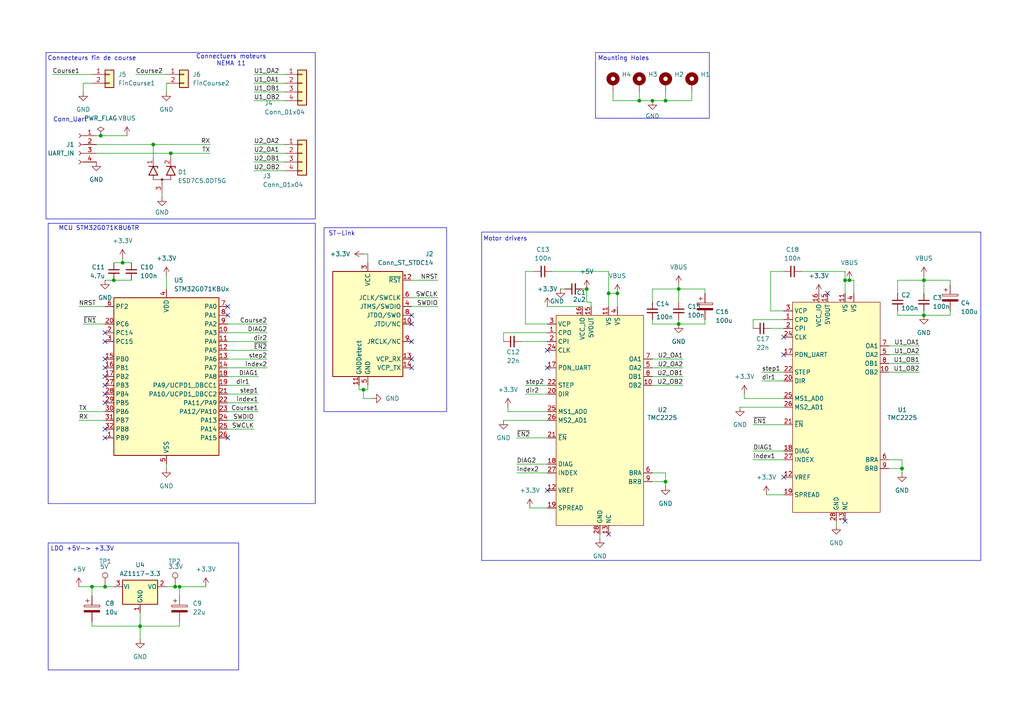
<source format=kicad_sch>
(kicad_sch (version 20250114) (generator "eeschema") (generator_version "9.0")
  (paper "A4")
  (lib_symbols
    (symbol "Connector:Conn_01x04_Socket" (pin_names (offset 1.016) (hide yes))
      (property "Reference" "J" (at 0 5.08 0))
      (property "Value" "Conn_01x04_Socket" (at 0 -7.62 0))
      (symbol "Conn_01x04_Socket_1_1"
        (polyline (pts (xy -1.27 2.54) (xy -0.508 2.54)) (stroke (width 0.1524)))
        (polyline (pts (xy -1.27 0) (xy -0.508 0)) (stroke (width 0.1524)))
        (polyline (pts (xy -1.27 -2.54) (xy -0.508 -2.54)) (stroke (width 0.1524)))
        (polyline (pts (xy -1.27 -5.08) (xy -0.508 -5.08)) (stroke (width 0.1524)))
        (arc (start 0 2.032) (mid -0.5058 2.54) (end 0 3.048) (stroke (width 0.1524)))
        (arc (start 0 -0.508) (mid -0.5058 0) (end 0 0.508) (stroke (width 0.1524)))
        (arc (start 0 -3.048) (mid -0.5058 -2.54) (end 0 -2.032) (stroke (width 0.1524)))
        (arc (start 0 -5.588) (mid -0.5058 -5.08) (end 0 -4.572) (stroke (width 0.1524)))
        (pin passive line (at -5.08 2.54 0) (length 3.81) (name "Pin_1") (number "1"))
        (pin passive line (at -5.08 0 0) (length 3.81) (name "Pin_2") (number "2"))
        (pin passive line (at -5.08 -2.54 0) (length 3.81) (name "Pin_3") (number "3"))
        (pin passive line (at -5.08 -5.08 0) (length 3.81) (name "Pin_4") (number "4"))
      )
    )
    (symbol "Connector:Conn_ST_STDC14"
      (property "Reference" "J" (at -8.89 16.51 0))
      (property "Value" "Conn_ST_STDC14" (at 17.78 16.51 0))
      (symbol "Conn_ST_STDC14_0_1"
        (rectangle (start -10.16 15.24) (end 10.16 -15.24) (stroke (width 0.254)) (fill (type background)))
      )
      (symbol "Conn_ST_STDC14_1_1"
        (pin no_connect line (at -10.16 5.08 0) (length 2.54) (hide yes) (name "NC") (number "1"))
        (pin no_connect line (at -10.16 2.54 0) (length 2.54) (hide yes) (name "NC") (number "2"))
        (pin passive line (at -2.54 -17.78 90) (length 2.54) (name "GNDDetect") (number "11"))
        (pin power_in line (at 0 17.78 270) (length 2.54) (name "VCC") (number "3"))
        (pin power_in line (at 0 -17.78 90) (length 2.54) (name "GND") (number "5"))
        (pin passive line (at 0 -17.78 90) (length 2.54) (hide yes) (name "GND") (number "7"))
        (pin open_collector line (at 12.7 12.7 180) (length 2.54) (name "~{RST}") (number "12"))
        (pin output line (at 12.7 7.62 180) (length 2.54) (name "JCLK/SWCLK") (number "6"))
        (pin bidirectional line (at 12.7 5.08 180) (length 2.54) (name "JTMS/SWDIO") (number "4"))
        (pin input line (at 12.7 2.54 180) (length 2.54) (name "JTDO/SWO") (number "8"))
        (pin output line (at 12.7 0 180) (length 2.54) (name "JTDI/NC") (number "10"))
        (pin input line (at 12.7 -5.08 180) (length 2.54) (name "JRCLK/NC") (number "9"))
        (pin output line (at 12.7 -10.16 180) (length 2.54) (name "VCP_RX") (number "13"))
        (pin input line (at 12.7 -12.7 180) (length 2.54) (name "VCP_TX") (number "14"))
      )
    )
    (symbol "Connector:TestPoint" (pin_numbers (hide yes)) (pin_names (offset 0.762) (hide yes))
      (property "Reference" "TP" (at 0 6.858 0))
      (property "Value" "TestPoint" (at 0 5.08 0))
      (symbol "TestPoint_0_1"
        (circle (center 0 3.302) (radius 0.762))
      )
      (symbol "TestPoint_1_1"
        (pin passive line (at 0 0 90) (length 2.54) (name "1") (number "1"))
      )
    )
    (symbol "Connector_Generic:Conn_01x02" (pin_names (offset 1.016) (hide yes))
      (property "Reference" "J" (at 0 2.54 0))
      (property "Value" "Conn_01x02" (at 0 -5.08 0))
      (symbol "Conn_01x02_1_1"
        (rectangle (start -1.27 1.27) (end 1.27 -3.81) (stroke (width 0.254)) (fill (type background)))
        (rectangle (start -1.27 0.127) (end 0 -0.127) (stroke (width 0.1524)))
        (rectangle (start -1.27 -2.413) (end 0 -2.667) (stroke (width 0.1524)))
        (pin passive line (at -5.08 0 0) (length 3.81) (name "Pin_1") (number "1"))
        (pin passive line (at -5.08 -2.54 0) (length 3.81) (name "Pin_2") (number "2"))
      )
    )
    (symbol "Connector_Generic:Conn_01x04" (pin_names (offset 1.016) (hide yes))
      (property "Reference" "J" (at 0 5.08 0))
      (property "Value" "Conn_01x04" (at 0 -7.62 0))
      (symbol "Conn_01x04_1_1"
        (rectangle (start -1.27 3.81) (end 1.27 -6.35) (stroke (width 0.254)) (fill (type background)))
        (rectangle (start -1.27 2.667) (end 0 2.413) (stroke (width 0.1524)))
        (rectangle (start -1.27 0.127) (end 0 -0.127) (stroke (width 0.1524)))
        (rectangle (start -1.27 -2.413) (end 0 -2.667) (stroke (width 0.1524)))
        (rectangle (start -1.27 -4.953) (end 0 -5.207) (stroke (width 0.1524)))
        (pin passive line (at -5.08 2.54 0) (length 3.81) (name "Pin_1") (number "1"))
        (pin passive line (at -5.08 0 0) (length 3.81) (name "Pin_2") (number "2"))
        (pin passive line (at -5.08 -2.54 0) (length 3.81) (name "Pin_3") (number "3"))
        (pin passive line (at -5.08 -5.08 0) (length 3.81) (name "Pin_4") (number "4"))
      )
    )
    (symbol "Custom:TMC2225"
      (property "Reference" "U" (at -1.016 39.116 0))
      (symbol "TMC2225_1_1"
        (rectangle (start -12.7 29.21) (end 12.7 -31.75) (fill (type background)))
        (pin passive line (at -15.24 26.67 0) (length 2.54) (name "VCP") (number "3"))
        (pin input line (at -15.24 24.13 0) (length 2.54) (name "CPO") (number "1"))
        (pin input line (at -15.24 21.59 0) (length 2.54) (name "CPI") (number "2"))
        (pin input line (at -15.24 19.05 0) (length 2.54) (name "CLK") (number "24"))
        (pin bidirectional line (at -15.24 13.97 0) (length 2.54) (name "PDN_UART") (number "17"))
        (pin input line (at -15.24 8.89 0) (length 2.54) (name "STEP") (number "22"))
        (pin input line (at -15.24 6.35 0) (length 2.54) (name "DIR") (number "20"))
        (pin input line (at -15.24 1.27 0) (length 2.54) (name "MS1_AD0") (number "25"))
        (pin input line (at -15.24 -1.27 0) (length 2.54) (name "MS2_AD1") (number "26"))
        (pin input line (at -15.24 -6.35 0) (length 2.54) (name "~{EN}") (number "21"))
        (pin output line (at -15.24 -13.97 0) (length 2.54) (name "DIAG") (number "18"))
        (pin output line (at -15.24 -16.51 0) (length 2.54) (name "INDEX") (number "27"))
        (pin passive line (at -15.24 -21.59 0) (length 2.54) (name "VREF") (number "12"))
        (pin input line (at -15.24 -26.67 0) (length 2.54) (name "SPREAD") (number "19"))
        (pin power_in line (at -5.08 31.75 270) (length 2.54) (name "VCC_IO") (number "16"))
        (pin power_out line (at -2.54 31.75 270) (length 2.54) (name "5VOUT") (number "15"))
        (pin passive line (at 0 -34.29 90) (length 2.54) (hide yes) (name "GND") (number "14"))
        (pin power_in line (at 0 -34.29 90) (length 2.54) (name "GND") (number "28"))
        (pin passive line (at 0 -34.29 90) (length 2.54) (hide yes) (name "GND") (number "29"))
        (pin passive line (at 0 -34.29 90) (length 2.54) (hide yes) (name "GND") (number "29"))
        (pin power_in line (at 2.54 31.75 270) (length 2.54) (name "VS") (number "11"))
        (pin passive line (at 2.54 -34.29 90) (length 2.54) (name "NC") (number "13"))
        (pin power_in line (at 5.08 31.75 270) (length 2.54) (name "VS") (number "4"))
        (pin output line (at 15.24 16.51 180) (length 2.54) (name "OA1") (number "7"))
        (pin output line (at 15.24 13.97 180) (length 2.54) (name "OA2") (number "5"))
        (pin output line (at 15.24 11.43 180) (length 2.54) (name "OB1") (number "8"))
        (pin output line (at 15.24 8.89 180) (length 2.54) (name "OB2") (number "10"))
        (pin passive line (at 15.24 -16.51 180) (length 2.54) (name "BRA") (number "6"))
        (pin passive line (at 15.24 -19.05 180) (length 2.54) (name "BRB") (number "9"))
      )
    )
    (symbol "Device:C_Polarized" (pin_numbers (hide yes)) (pin_names (offset 0.254))
      (property "Reference" "C" (at 0.635 2.54 0))
      (property "Value" "C_Polarized" (at 0.635 -2.54 0))
      (symbol "C_Polarized_0_1"
        (rectangle (start -2.286 0.508) (end 2.286 1.016))
        (polyline (pts (xy -1.778 2.286) (xy -0.762 2.286)))
        (polyline (pts (xy -1.27 2.794) (xy -1.27 1.778)))
        (rectangle (start 2.286 -0.508) (end -2.286 -1.016) (fill (type outline)))
      )
      (symbol "C_Polarized_1_1"
        (pin passive line (at 0 3.81 270) (length 2.794) (name "~") (number "1"))
        (pin passive line (at 0 -3.81 90) (length 2.794) (name "~") (number "2"))
      )
    )
    (symbol "Device:C_Small" (pin_numbers (hide yes)) (pin_names (offset 0.254) (hide yes))
      (property "Reference" "C" (at 0.254 1.778 0))
      (property "Value" "C_Small" (at 0.254 -2.032 0))
      (symbol "C_Small_0_1"
        (polyline (pts (xy -1.524 0.508) (xy 1.524 0.508)) (stroke (width 0.3048)))
        (polyline (pts (xy -1.524 -0.508) (xy 1.524 -0.508)) (stroke (width 0.3302)))
      )
      (symbol "C_Small_1_1"
        (pin passive line (at 0 2.54 270) (length 2.032) (name "~") (number "1"))
        (pin passive line (at 0 -2.54 90) (length 2.032) (name "~") (number "2"))
      )
    )
    (symbol "GND_3" (power) (pin_numbers (hide yes)) (pin_names (offset 0) (hide yes))
      (property "Value" "GND" (at 0 -3.81 0))
      (symbol "GND_3_0_1"
        (polyline (pts (xy 0 0) (xy 0 -1.27) (xy 1.27 -1.27) (xy 0 -2.54) (xy -1.27 -1.27) (xy 0 -1.27)))
      )
      (symbol "GND_3_1_1"
        (pin power_in line (at 0 0 270) (length 0) (name "~") (number "1"))
      )
    )
    (symbol "MCU_ST_STM32G0:STM32G071KBUx"
      (property "Reference" "U" (at -15.24 24.13 0))
      (property "Value" "STM32G071KBUx" (at 2.54 24.13 0))
      (symbol "STM32G071KBUx_0_1"
        (rectangle (start -15.24 -22.86) (end 15.24 22.86) (stroke (width 0.254)) (fill (type background)))
      )
      (symbol "STM32G071KBUx_1_1"
        (pin bidirectional line (at -17.78 20.32 0) (length 2.54) (name "PF2") (number "6"))
        (pin bidirectional line (at -17.78 15.24 0) (length 2.54) (name "PC6") (number "20"))
        (pin bidirectional line (at -17.78 12.7 0) (length 2.54) (name "PC14") (number "2"))
        (pin bidirectional line (at -17.78 10.16 0) (length 2.54) (name "PC15") (number "3"))
        (pin bidirectional line (at -17.78 5.08 0) (length 2.54) (name "PB0") (number "15"))
        (pin bidirectional line (at -17.78 2.54 0) (length 2.54) (name "PB1") (number "16"))
        (pin bidirectional line (at -17.78 0 0) (length 2.54) (name "PB2") (number "17"))
        (pin bidirectional line (at -17.78 -2.54 0) (length 2.54) (name "PB3") (number "27"))
        (pin bidirectional line (at -17.78 -5.08 0) (length 2.54) (name "PB4") (number "28"))
        (pin bidirectional line (at -17.78 -7.62 0) (length 2.54) (name "PB5") (number "29"))
        (pin bidirectional line (at -17.78 -10.16 0) (length 2.54) (name "PB6") (number "30"))
        (pin bidirectional line (at -17.78 -12.7 0) (length 2.54) (name "PB7") (number "31"))
        (pin bidirectional line (at -17.78 -15.24 0) (length 2.54) (name "PB8") (number "32"))
        (pin bidirectional line (at -17.78 -17.78 0) (length 2.54) (name "PB9") (number "1"))
        (pin power_in line (at 0 25.4 270) (length 2.54) (name "VDD") (number "4"))
        (pin passive line (at 0 -25.4 90) (length 2.54) (hide yes) (name "VSS") (number "33"))
        (pin power_in line (at 0 -25.4 90) (length 2.54) (name "VSS") (number "5"))
        (pin bidirectional line (at 17.78 20.32 180) (length 2.54) (name "PA0") (number "7"))
        (pin bidirectional line (at 17.78 17.78 180) (length 2.54) (name "PA1") (number "8"))
        (pin bidirectional line (at 17.78 15.24 180) (length 2.54) (name "PA2") (number "9"))
        (pin bidirectional line (at 17.78 12.7 180) (length 2.54) (name "PA3") (number "10"))
        (pin bidirectional line (at 17.78 10.16 180) (length 2.54) (name "PA4") (number "11"))
        (pin bidirectional line (at 17.78 7.62 180) (length 2.54) (name "PA5") (number "12"))
        (pin bidirectional line (at 17.78 5.08 180) (length 2.54) (name "PA6") (number "13"))
        (pin bidirectional line (at 17.78 2.54 180) (length 2.54) (name "PA7") (number "14"))
        (pin bidirectional line (at 17.78 0 180) (length 2.54) (name "PA8") (number "18"))
        (pin bidirectional line (at 17.78 -2.54 180) (length 2.54) (name "PA9/UCPD1_DBCC1") (number "19"))
        (pin bidirectional line (at 17.78 -5.08 180) (length 2.54) (name "PA10/UCPD1_DBCC2") (number "21"))
        (pin bidirectional line (at 17.78 -7.62 180) (length 2.54) (name "PA11/PA9") (number "22"))
        (pin bidirectional line (at 17.78 -10.16 180) (length 2.54) (name "PA12/PA10") (number "23"))
        (pin bidirectional line (at 17.78 -12.7 180) (length 2.54) (name "PA13") (number "24"))
        (pin bidirectional line (at 17.78 -15.24 180) (length 2.54) (name "PA14") (number "25"))
        (pin bidirectional line (at 17.78 -17.78 180) (length 2.54) (name "PA15") (number "26"))
      )
    )
    (symbol "Mechanical:MountingHole_Pad" (pin_numbers (hide yes)) (pin_names (offset 1.016) (hide yes)) (exclude_from_sim yes) (in_bom no)
      (property "Reference" "H" (at 0 6.35 0))
      (property "Value" "MountingHole_Pad" (at 0 4.445 0))
      (symbol "MountingHole_Pad_0_1"
        (circle (center 0 1.27) (radius 1.27) (stroke (width 1.27)))
      )
      (symbol "MountingHole_Pad_1_1"
        (pin input line (at 0 -2.54 90) (length 2.54) (name "1") (number "1"))
      )
    )
    (symbol "Power_Protection:RCLAMP0582B" (pin_names (hide yes))
      (property "Reference" "D" (at 0 5.08 0))
      (property "Value" "RCLAMP0582B" (at 0 -5.08 0))
      (symbol "RCLAMP0582B_0_1"
        (polyline (pts (xy -2.54 0) (xy -1.27 0)))
        (polyline (pts (xy -1.27 2.54) (xy -1.27 -2.54)))
        (polyline (pts (xy 0 2.54) (xy -1.27 2.54)) (stroke (width 0.1524)))
        (polyline (pts (xy 0 1.27) (xy 0 3.81) (xy 2.54 2.54) (xy 0 1.27)) (stroke (width 0.254)))
        (polyline (pts (xy 2.54 3.81) (xy 2.54 1.27) (xy 2.032 1.27)) (stroke (width 0.254)))
        (pin passive line (at -5.08 0 0) (length 2.54) (name "A") (number "3"))
      )
      (symbol "RCLAMP0582B_1_1"
        (circle (center -1.27 0) (radius 0.254) (fill (type outline)))
        (polyline (pts (xy 0 -2.54) (xy -1.27 -2.54)) (stroke (width 0.1524)))
        (polyline (pts (xy 0 -3.81) (xy 0 -1.27) (xy 2.54 -2.54) (xy 0 -3.81)) (stroke (width 0.254)))
        (polyline (pts (xy 2.54 -1.27) (xy 2.54 -3.81) (xy 2.032 -3.81)) (stroke (width 0.254)))
        (pin passive line (at 5.08 2.54 180) (length 2.54) (name "K1") (number "1"))
        (pin passive line (at 5.08 -2.54 180) (length 2.54) (name "K2") (number "2"))
      )
    )
    (symbol "Regulator_Linear:AZ1117-3.3" (pin_names (offset 0.254))
      (property "Reference" "U" (at -3.81 3.175 0))
      (property "Value" "AZ1117-3.3" (at 0 3.175 0))
      (symbol "AZ1117-3.3_0_1"
        (rectangle (start -5.08 1.905) (end 5.08 -5.08) (stroke (width 0.254)) (fill (type background)))
      )
      (symbol "AZ1117-3.3_1_1"
        (pin power_in line (at -7.62 0 0) (length 2.54) (name "VI") (number "3"))
        (pin power_in line (at 0 -7.62 90) (length 2.54) (name "GND") (number "1"))
        (pin power_out line (at 7.62 0 180) (length 2.54) (name "VO") (number "2"))
      )
    )
    (symbol "power:+3.3V" (power) (pin_numbers (hide yes)) (pin_names (offset 0) (hide yes))
      (property "Value" "+3.3V" (at 0 3.556 0))
      (symbol "+3.3V_0_1"
        (polyline (pts (xy -0.762 1.27) (xy 0 2.54)))
        (polyline (pts (xy 0 2.54) (xy 0.762 1.27)))
        (polyline (pts (xy 0 0) (xy 0 2.54)))
      )
      (symbol "+3.3V_1_1"
        (pin power_in line (at 0 0 90) (length 0) (name "~") (number "1"))
      )
    )
    (symbol "power:+5V" (power) (pin_numbers (hide yes)) (pin_names (offset 0) (hide yes))
      (property "Value" "+5V" (at 0 3.556 0))
      (symbol "+5V_0_1"
        (polyline (pts (xy -0.762 1.27) (xy 0 2.54)))
        (polyline (pts (xy 0 2.54) (xy 0.762 1.27)))
        (polyline (pts (xy 0 0) (xy 0 2.54)))
      )
      (symbol "+5V_1_1"
        (pin power_in line (at 0 0 90) (length 0) (name "~") (number "1"))
      )
    )
    (symbol "power:GND" (power) (pin_numbers (hide yes)) (pin_names (offset 0) (hide yes))
      (property "Value" "GND" (at 0 -3.81 0))
      (symbol "GND_0_1"
        (polyline (pts (xy 0 0) (xy 0 -1.27) (xy 1.27 -1.27) (xy 0 -2.54) (xy -1.27 -1.27) (xy 0 -1.27)))
      )
      (symbol "GND_1_1"
        (pin power_in line (at 0 0 270) (length 0) (name "~") (number "1"))
      )
    )
    (symbol "power:PWR_FLAG" (power) (pin_numbers (hide yes)) (pin_names (offset 0) (hide yes))
      (property "Value" "PWR_FLAG" (at 0 3.81 0))
      (symbol "PWR_FLAG_0_0"
        (pin power_out line (at 0 0 90) (length 0) (name "~") (number "1"))
      )
      (symbol "PWR_FLAG_0_1"
        (polyline (pts (xy 0 0) (xy 0 1.27) (xy -1.016 1.905) (xy 0 2.54) (xy 1.016 1.905) (xy 0 1.27)))
      )
    )
    (symbol "power:VBUS" (power) (pin_numbers (hide yes)) (pin_names (offset 0) (hide yes))
      (property "Value" "VBUS" (at 0 3.556 0))
      (symbol "VBUS_0_1"
        (polyline (pts (xy -0.762 1.27) (xy 0 2.54)))
        (polyline (pts (xy 0 2.54) (xy 0.762 1.27)))
        (polyline (pts (xy 0 0) (xy 0 2.54)))
      )
      (symbol "VBUS_1_1"
        (pin power_in line (at 0 0 90) (length 0) (name "~") (number "1"))
      )
    )
  )
  (rectangle (start 93.98 66.04) (end 129.54 119.38))
  (rectangle (start 13.335 15.24) (end 91.44 63.5))
  (rectangle (start 139.7 67.31) (end 284.48 162.56))
  (rectangle (start 13.97 64.77) (end 91.44 146.05))
  (rectangle (start 172.72 15.24) (end 205.74 34.29))
  (rectangle (start 13.97 157.48) (end 69.215 194.31))
  (text "Motor drivers\n" (at 146.558 69.342 0) (effects (font (size 1.27 1.27))))
  (text "Conn_Uart\n" (at 20.32 34.798 0) (effects (font (size 1.27 1.27))))
  (text "Connecteurs fin de course" (at 26.67 17.018 0) (effects (font (size 1.27 1.27))))
  (text "Mounting Holes\n" (at 180.848 17.018 0) (effects (font (size 1.27 1.27))))
  (text "Connectuers moteurs\nNEMA 11" (at 67.056 17.526 0) (effects (font (size 1.27 1.27))))
  (text "LDO +5V-> +3.3V" (at 23.876 159.258 0) (effects (font (size 1.27 1.27))))
  (text "ST-Link\n" (at 95.25 68.58 0) (effects (font (size 1.27 1.27)) (justify left bottom)))
  (text "MCU STM32G071KBU6TR" (at 28.702 66.294 0) (effects (font (size 1.27 1.27))))
  (junction (at 193.04 139.7))
  (junction (at 261.62 135.89))
  (junction (at 33.02 81.28))
  (junction (at 30.48 170.18))
  (junction (at 170.18 83.82))
  (junction (at 50.8 170.18))
  (junction (at 267.97 91.44))
  (junction (at 52.07 170.18))
  (junction (at 40.64 181.61))
  (junction (at 35.56 76.2))
  (junction (at 179.07 85.09))
  (junction (at 245.11 81.28))
  (junction (at 29.21 39.37))
  (junction (at 49.53 44.45))
  (junction (at 267.97 81.28))
  (junction (at 196.85 93.98))
  (junction (at 185.42 29.21))
  (junction (at 44.45 41.91))
  (junction (at 193.04 29.21))
  (junction (at 189.23 29.21))
  (junction (at 246.38 81.28))
  (junction (at 105.41 113.03))
  (junction (at 196.85 83.82))
  (junction (at 26.67 170.18))
  (junction (at 176.53 85.09))
  (no_connect (at 227.33 97.79))
  (no_connect (at 119.38 106.68))
  (no_connect (at 30.48 109.22))
  (no_connect (at 158.75 101.6))
  (no_connect (at 30.48 111.76))
  (no_connect (at 30.48 116.84))
  (no_connect (at 30.48 99.06))
  (no_connect (at 30.48 96.52))
  (no_connect (at 240.03 85.09))
  (no_connect (at 30.48 104.14))
  (no_connect (at 66.04 88.9))
  (no_connect (at 30.48 124.46))
  (no_connect (at 119.38 93.98))
  (no_connect (at 158.75 106.68))
  (no_connect (at 227.33 102.87))
  (no_connect (at 119.38 99.06))
  (no_connect (at 30.48 114.3))
  (no_connect (at 66.04 127))
  (no_connect (at 227.33 138.43))
  (no_connect (at 30.48 127))
  (no_connect (at 30.48 106.68))
  (no_connect (at 119.38 91.44))
  (no_connect (at 158.75 142.24))
  (no_connect (at 245.11 151.13))
  (no_connect (at 66.04 91.44))
  (no_connect (at 176.53 154.94))
  (no_connect (at 119.38 104.14))
  (wire (pts (xy 260.35 91.44) (xy 267.97 91.44)))
  (wire (pts (xy 177.8 29.21) (xy 177.8 26.67)))
  (wire (pts (xy 189.23 104.14) (xy 198.12 104.14)))
  (wire (pts (xy 152.4 114.3) (xy 158.75 114.3)))
  (wire (pts (xy 196.85 93.98) (xy 204.47 93.98)))
  (wire (pts (xy 66.04 106.68) (xy 77.47 106.68)))
  (wire (pts (xy 66.04 101.6) (xy 77.47 101.6)))
  (wire (pts (xy 218.44 130.81) (xy 227.33 130.81)))
  (wire (pts (xy 26.67 170.18) (xy 26.67 172.72)))
  (wire (pts (xy 152.4 78.74) (xy 152.4 93.98)))
  (wire (pts (xy 82.55 29.21) (xy 73.66 29.21)))
  (wire (pts (xy 40.64 181.61) (xy 40.64 177.8)))
  (wire (pts (xy 72.39 111.76) (xy 66.04 111.76)))
  (wire (pts (xy 257.81 107.95) (xy 266.7 107.95)))
  (wire (pts (xy 24.13 24.13) (xy 24.13 26.67)))
  (wire (pts (xy 49.53 44.45) (xy 60.96 44.45)))
  (wire (pts (xy 260.35 85.09) (xy 260.35 81.28)))
  (wire (pts (xy 77.47 99.06) (xy 66.04 99.06)))
  (wire (pts (xy 149.86 134.62) (xy 158.75 134.62)))
  (wire (pts (xy 146.05 96.52) (xy 158.75 96.52)))
  (wire (pts (xy 149.86 127) (xy 158.75 127)))
  (wire (pts (xy 15.24 21.59) (xy 26.67 21.59)))
  (wire (pts (xy 189.23 29.21) (xy 185.42 29.21)))
  (wire (pts (xy 218.44 92.71) (xy 227.33 92.71)))
  (wire (pts (xy 223.52 78.74) (xy 223.52 90.17)))
  (wire (pts (xy 77.47 104.14) (xy 66.04 104.14)))
  (wire (pts (xy 40.64 185.42) (xy 40.64 181.61)))
  (wire (pts (xy 33.02 81.28) (xy 38.1 81.28)))
  (wire (pts (xy 245.11 81.28) (xy 245.11 85.09)))
  (wire (pts (xy 106.68 73.66) (xy 106.68 76.2)))
  (wire (pts (xy 215.9 115.57) (xy 227.33 115.57)))
  (wire (pts (xy 30.48 170.18) (xy 33.02 170.18)))
  (wire (pts (xy 152.4 111.76) (xy 158.75 111.76)))
  (wire (pts (xy 52.07 181.61) (xy 40.64 181.61)))
  (wire (pts (xy 170.18 83.82) (xy 170.18 87.63)))
  (wire (pts (xy 30.48 121.92) (xy 22.86 121.92)))
  (wire (pts (xy 82.55 21.59) (xy 73.66 21.59)))
  (wire (pts (xy 26.67 170.18) (xy 30.48 170.18)))
  (wire (pts (xy 29.21 39.37) (xy 36.83 39.37)))
  (wire (pts (xy 196.85 92.71) (xy 196.85 93.98)))
  (wire (pts (xy 24.13 93.98) (xy 30.48 93.98)))
  (wire (pts (xy 44.45 41.91) (xy 60.96 41.91)))
  (wire (pts (xy 50.8 170.18) (xy 48.26 170.18)))
  (wire (pts (xy 193.04 26.67) (xy 193.04 29.21)))
  (wire (pts (xy 106.68 111.76) (xy 106.68 113.03)))
  (wire (pts (xy 257.81 100.33) (xy 266.7 100.33)))
  (wire (pts (xy 223.52 78.74) (xy 227.33 78.74)))
  (wire (pts (xy 193.04 139.7) (xy 193.04 140.97)))
  (wire (pts (xy 257.81 135.89) (xy 261.62 135.89)))
  (wire (pts (xy 204.47 93.98) (xy 204.47 92.71)))
  (wire (pts (xy 245.11 81.28) (xy 246.38 81.28)))
  (wire (pts (xy 52.07 180.34) (xy 52.07 181.61)))
  (wire (pts (xy 52.07 170.18) (xy 50.8 170.18)))
  (wire (pts (xy 35.56 76.2) (xy 38.1 76.2)))
  (wire (pts (xy 185.42 26.67) (xy 185.42 29.21)))
  (wire (pts (xy 146.05 96.52) (xy 146.05 99.06)))
  (wire (pts (xy 218.44 92.71) (xy 218.44 95.25)))
  (wire (pts (xy 158.75 88.9) (xy 168.91 88.9)))
  (wire (pts (xy 73.66 26.67) (xy 82.55 26.67)))
  (wire (pts (xy 22.86 170.18) (xy 26.67 170.18)))
  (wire (pts (xy 119.38 86.36) (xy 127 86.36)))
  (wire (pts (xy 73.66 46.99) (xy 82.55 46.99)))
  (wire (pts (xy 33.02 76.2) (xy 35.56 76.2)))
  (wire (pts (xy 246.38 81.28) (xy 247.65 81.28)))
  (wire (pts (xy 267.97 80.01) (xy 267.97 81.28)))
  (wire (pts (xy 52.07 170.18) (xy 52.07 172.72)))
  (wire (pts (xy 189.23 87.63) (xy 189.23 83.82)))
  (wire (pts (xy 26.67 180.34) (xy 26.67 181.61)))
  (wire (pts (xy 267.97 91.44) (xy 275.59 91.44)))
  (wire (pts (xy 223.52 90.17) (xy 227.33 90.17)))
  (wire (pts (xy 73.66 24.13) (xy 82.55 24.13)))
  (wire (pts (xy 214.63 118.11) (xy 227.33 118.11)))
  (wire (pts (xy 189.23 106.68) (xy 198.12 106.68)))
  (wire (pts (xy 149.86 137.16) (xy 158.75 137.16)))
  (wire (pts (xy 153.67 147.32) (xy 158.75 147.32)))
  (wire (pts (xy 232.41 78.74) (xy 245.11 78.74)))
  (wire (pts (xy 189.23 92.71) (xy 189.23 93.98)))
  (wire (pts (xy 257.81 133.35) (xy 261.62 133.35)))
  (wire (pts (xy 30.48 81.28) (xy 33.02 81.28)))
  (wire (pts (xy 222.25 143.51) (xy 227.33 143.51)))
  (wire (pts (xy 74.93 109.22) (xy 66.04 109.22)))
  (wire (pts (xy 260.35 90.17) (xy 260.35 91.44)))
  (wire (pts (xy 215.9 114.3) (xy 215.9 115.57)))
  (wire (pts (xy 189.23 137.16) (xy 193.04 137.16)))
  (wire (pts (xy 30.48 88.9) (xy 22.86 88.9)))
  (wire (pts (xy 74.93 119.38) (xy 66.04 119.38)))
  (wire (pts (xy 147.32 119.38) (xy 158.75 119.38)))
  (wire (pts (xy 82.55 41.91) (xy 73.66 41.91)))
  (wire (pts (xy 189.23 111.76) (xy 198.12 111.76)))
  (wire (pts (xy 245.11 78.74) (xy 245.11 81.28)))
  (wire (pts (xy 189.23 83.82) (xy 196.85 83.82)))
  (wire (pts (xy 176.53 85.09) (xy 176.53 88.9)))
  (wire (pts (xy 168.91 83.82) (xy 170.18 83.82)))
  (wire (pts (xy 189.23 139.7) (xy 193.04 139.7)))
  (wire (pts (xy 66.04 114.3) (xy 74.93 114.3)))
  (wire (pts (xy 27.94 44.45) (xy 49.53 44.45)))
  (wire (pts (xy 260.35 81.28) (xy 267.97 81.28)))
  (wire (pts (xy 257.81 105.41) (xy 266.7 105.41)))
  (wire (pts (xy 35.56 74.93) (xy 35.56 76.2)))
  (wire (pts (xy 196.85 83.82) (xy 196.85 87.63)))
  (wire (pts (xy 176.53 78.74) (xy 176.53 85.09)))
  (wire (pts (xy 261.62 133.35) (xy 261.62 135.89)))
  (wire (pts (xy 66.04 124.46) (xy 73.66 124.46)))
  (wire (pts (xy 170.18 87.63) (xy 171.45 87.63)))
  (wire (pts (xy 189.23 109.22) (xy 198.12 109.22)))
  (wire (pts (xy 176.53 85.09) (xy 179.07 85.09)))
  (wire (pts (xy 27.94 41.91) (xy 44.45 41.91)))
  (wire (pts (xy 48.26 80.01) (xy 48.26 83.82)))
  (wire (pts (xy 49.53 44.45) (xy 49.53 45.72)))
  (wire (pts (xy 220.98 107.95) (xy 227.33 107.95)))
  (wire (pts (xy 82.55 49.53) (xy 73.66 49.53)))
  (wire (pts (xy 196.85 82.55) (xy 196.85 83.82)))
  (wire (pts (xy 105.41 113.03) (xy 104.14 113.03)))
  (wire (pts (xy 107.95 115.57) (xy 105.41 115.57)))
  (wire (pts (xy 275.59 82.55) (xy 275.59 81.28)))
  (wire (pts (xy 247.65 81.28) (xy 247.65 85.09)))
  (wire (pts (xy 204.47 83.82) (xy 196.85 83.82)))
  (wire (pts (xy 218.44 123.19) (xy 227.33 123.19)))
  (wire (pts (xy 160.02 78.74) (xy 176.53 78.74)))
  (wire (pts (xy 44.45 41.91) (xy 44.45 45.72)))
  (wire (pts (xy 39.37 21.59) (xy 48.26 21.59)))
  (wire (pts (xy 275.59 81.28) (xy 267.97 81.28)))
  (wire (pts (xy 59.69 170.18) (xy 52.07 170.18)))
  (wire (pts (xy 26.67 181.61) (xy 40.64 181.61)))
  (wire (pts (xy 151.13 99.06) (xy 158.75 99.06)))
  (wire (pts (xy 162.56 83.82) (xy 163.83 83.82)))
  (wire (pts (xy 46.99 57.15) (xy 46.99 55.88)))
  (wire (pts (xy 30.48 119.38) (xy 22.86 119.38)))
  (wire (pts (xy 48.26 135.89) (xy 48.26 134.62)))
  (wire (pts (xy 152.4 93.98) (xy 158.75 93.98)))
  (wire (pts (xy 152.4 78.74) (xy 154.94 78.74)))
  (wire (pts (xy 105.41 73.66) (xy 106.68 73.66)))
  (wire (pts (xy 119.38 88.9) (xy 127 88.9)))
  (wire (pts (xy 267.97 81.28) (xy 267.97 85.09)))
  (wire (pts (xy 189.23 29.21) (xy 193.04 29.21)))
  (wire (pts (xy 204.47 85.09) (xy 204.47 83.82)))
  (wire (pts (xy 146.05 121.92) (xy 158.75 121.92)))
  (wire (pts (xy 74.93 116.84) (xy 66.04 116.84)))
  (wire (pts (xy 223.52 95.25) (xy 227.33 95.25)))
  (wire (pts (xy 77.47 96.52) (xy 66.04 96.52)))
  (wire (pts (xy 48.26 24.13) (xy 48.26 26.67)))
  (wire (pts (xy 218.44 133.35) (xy 227.33 133.35)))
  (wire (pts (xy 267.97 90.17) (xy 267.97 91.44)))
  (wire (pts (xy 105.41 113.03) (xy 106.68 113.03)))
  (wire (pts (xy 119.38 81.28) (xy 127 81.28)))
  (wire (pts (xy 200.66 29.21) (xy 193.04 29.21)))
  (wire (pts (xy 66.04 93.98) (xy 77.47 93.98)))
  (wire (pts (xy 261.62 135.89) (xy 261.62 137.16)))
  (wire (pts (xy 66.04 121.92) (xy 73.66 121.92)))
  (wire (pts (xy 173.99 154.94) (xy 173.99 156.21)))
  (wire (pts (xy 242.57 151.13) (xy 242.57 152.4)))
  (wire (pts (xy 220.98 110.49) (xy 227.33 110.49)))
  (wire (pts (xy 24.13 24.13) (xy 26.67 24.13)))
  (wire (pts (xy 147.32 118.11) (xy 147.32 119.38)))
  (wire (pts (xy 27.94 39.37) (xy 29.21 39.37)))
  (wire (pts (xy 73.66 44.45) (xy 82.55 44.45)))
  (wire (pts (xy 105.41 115.57) (xy 105.41 113.03)))
  (wire (pts (xy 179.07 85.09) (xy 179.07 88.9)))
  (wire (pts (xy 257.81 102.87) (xy 266.7 102.87)))
  (wire (pts (xy 185.42 29.21) (xy 177.8 29.21)))
  (wire (pts (xy 171.45 87.63) (xy 171.45 88.9)))
  (wire (pts (xy 200.66 26.67) (xy 200.66 29.21)))
  (wire (pts (xy 275.59 91.44) (xy 275.59 90.17)))
  (wire (pts (xy 104.14 113.03) (xy 104.14 111.76)))
  (wire (pts (xy 193.04 137.16) (xy 193.04 139.7)))
  (wire (pts (xy 189.23 93.98) (xy 196.85 93.98)))
  (label "U1_OA2" (at 266.7 102.87 180))
  (label "Course2" (at 39.37 21.59 0))
  (label "Course2" (at 77.47 93.98 180))
  (label "index2" (at 149.86 137.16 0))
  (label "TX" (at 22.86 119.38 0))
  (label "SWCLK" (at 73.66 124.46 180))
  (label "U1_OB1" (at 266.7 105.41 180))
  (label "SWDIO" (at 73.66 121.92 180))
  (label "U1_OB2" (at 73.66 29.21 0))
  (label "U2_OA2" (at 198.12 106.68 180))
  (label "NRST" (at 127 81.28 180))
  (label "U2_OB1" (at 198.12 109.22 180))
  (label "index1" (at 74.93 116.84 180))
  (label "U2_OB1" (at 73.66 46.99 0))
  (label "U2_OB2" (at 73.66 49.53 0))
  (label "NRST" (at 22.86 88.9 0))
  (label "DIAG1" (at 218.44 130.81 0))
  (label "Course1" (at 74.93 119.38 180))
  (label "DIAG2" (at 77.47 96.52 180))
  (label "U1_OA2" (at 73.66 21.59 0))
  (label "U2_OA1" (at 73.66 44.45 0))
  (label "~{EN1}" (at 24.13 93.98 0))
  (label "step1" (at 220.98 107.95 0))
  (label "U1_OB1" (at 73.66 26.67 0))
  (label "U2_OA1" (at 198.12 104.14 180))
  (label "U1_OA1" (at 73.66 24.13 0))
  (label "Course1" (at 15.24 21.59 0))
  (label "dir2" (at 77.47 99.06 180))
  (label "dir1" (at 220.98 110.49 0))
  (label "index1" (at 218.44 133.35 0))
  (label "TX" (at 60.96 44.45 180))
  (label "U2_OB2" (at 198.12 111.76 180))
  (label "step2" (at 152.4 111.76 0))
  (label "DIAG2" (at 149.86 134.62 0))
  (label "RX" (at 60.96 41.91 180))
  (label "step1" (at 74.93 114.3 180))
  (label "~{EN2}" (at 149.86 127 0))
  (label "U1_OA1" (at 266.7 100.33 180))
  (label "~{EN2}" (at 77.47 101.6 180))
  (label "SWCLK" (at 127 86.36 180))
  (label "~{EN1}" (at 218.44 123.19 0))
  (label "DIAG1" (at 74.93 109.22 180))
  (label "step2" (at 77.47 104.14 180))
  (label "index2" (at 77.47 106.68 180))
  (label "U2_OA2" (at 73.66 41.91 0))
  (label "SWDIO" (at 127 88.9 180))
  (label "dir2" (at 152.4 114.3 0))
  (label "RX" (at 22.86 121.92 0))
  (label "U1_OB2" (at 266.7 107.95 180))
  (label "dir1" (at 72.39 111.76 180))
  (symbol (lib_id "power:+3.3V") (at 105.41 73.66 90) (unit 1)
    (property "Reference" "#PWR010" (effects (hide yes)))
    (property "Value" "+3.3V" (at 101.6 73.6599 90) (effects (justify left)))
    (property "Description" "Power symbol creates a global label with name \"+3.3V\"" (effects (hide yes)))
  )
  (symbol (lib_id "Mechanical:MountingHole_Pad") (at 200.66 24.13 0) (unit 1) (exclude_from_sim yes) (in_bom no)
    (property "Reference" "H1" (at 203.2 21.5899 0) (effects (justify left)))
    (property "Value" "MountingHole_Pad" (effects (hide yes)))
    (property "Footprint" "MountingHole:MountingHole_2.7mm_M2.5_ISO7380_Pad" (effects (hide yes)))
    (property "Description" "Mounting Hole with connection" (effects (hide yes)))
  )
  (symbol (lib_id "power:GND") (at 162.56 83.82 0) (unit 1)
    (property "Reference" "#PWR04" (effects (hide yes)))
    (property "Value" "GND" (at 161.544 87.376 0))
    (property "Description" "Power symbol creates a global label with name \"GND\" , ground" (effects (hide yes)))
  )
  (symbol (lib_id "power:+3.3V") (at 158.75 88.9 0) (unit 1)
    (property "Reference" "#PWR023" (effects (hide yes)))
    (property "Value" "+3.3V" (at 158.75 83.82 0))
    (property "Description" "Power symbol creates a global label with name \"+3.3V\"" (effects (hide yes)))
  )
  (symbol (lib_id "Power_Protection:RCLAMP0582B") (at 46.99 50.8 90) (unit 1)
    (property "Reference" "D1" (at 51.562 49.9018 90) (effects (justify right)))
    (property "Value" "ESD7C5.0DT5G" (at 51.562 52.4387 90) (effects (justify right)))
    (property "Footprint" "Package_TO_SOT_SMD:SOT-416" (effects (hide yes)))
    (property "Datasheet" "https://www.mouser.fr/datasheet/2/308/1/ESD7C3_3D_D-2311593.pdf" (effects (hide yes)))
    (property "Mouser Part Number" "863-ESD7C5.0DT5G" (effects (hide yes)))
  )
  (symbol (lib_id "power:+3.3V") (at 59.69 170.18 0) (unit 1)
    (property "Reference" "#PWR07" (effects (hide yes)))
    (property "Value" "+3.3V" (at 59.69 165.1 0))
    (property "Description" "Power symbol creates a global label with name \"+3.3V\"" (effects (hide yes)))
  )
  (symbol (lib_id "power:VBUS") (at 246.38 81.28 0) (unit 1)
    (property "Reference" "#PWR03" (effects (hide yes)))
    (property "Value" "VBUS" (at 246.38 76.2 0))
    (property "Description" "Power symbol creates a global label with name \"VBUS\"" (effects (hide yes)))
  )
  (symbol (lib_id "power:GND") (at 146.05 121.92 0) (unit 1)
    (property "Reference" "#PWR025" (effects (hide yes)))
    (property "Value" "GND" (at 146.05 127 0))
    (property "Description" "Power symbol creates a global label with name \"GND\" , ground" (effects (hide yes)))
  )
  (symbol (lib_id "Device:C_Small") (at 220.98 95.25 90) (mirror x) (unit 1)
    (property "Reference" "C17" (at 221.234 98.298 90))
    (property "Value" "22n" (at 221.234 100.838 90))
    (property "Footprint" "Capacitor_SMD:C_0603_1608Metric_Pad1.08x0.95mm_HandSolder" (effects (hide yes)))
    (property "Description" "Unpolarized capacitor, small symbol" (effects (hide yes)))
  )
  (symbol (lib_id "power:VBUS") (at 267.97 80.01 0) (unit 1)
    (property "Reference" "#PWR031" (effects (hide yes)))
    (property "Value" "VBUS" (at 267.97 74.93 0))
    (property "Description" "Power symbol creates a global label with name \"VBUS\"" (effects (hide yes)))
  )
  (symbol (lib_id "power:GND") (at 196.85 93.98 0) (unit 1)
    (property "Reference" "#PWR022" (effects (hide yes)))
    (property "Value" "GND" (at 196.85 99.06 0))
    (property "Description" "Power symbol creates a global label with name \"GND\" , ground" (effects (hide yes)))
  )
  (symbol (lib_id "power:+3.3V") (at 215.9 114.3 0) (unit 1)
    (property "Reference" "#PWR029" (effects (hide yes)))
    (property "Value" "+3.3V" (at 215.9 109.22 0))
    (property "Description" "Power symbol creates a global label with name \"+3.3V\"" (effects (hide yes)))
  )
  (symbol (lib_id "power:GND") (at 48.26 135.89 0) (unit 1)
    (property "Reference" "#PWR012" (effects (hide yes)))
    (property "Value" "GND" (at 48.26 140.97 0))
    (property "Description" "Power symbol creates a global label with name \"GND\" , ground" (effects (hide yes)))
  )
  (symbol (lib_id "power:VBUS") (at 196.85 82.55 0) (unit 1)
    (property "Reference" "#PWR02" (effects (hide yes)))
    (property "Value" "VBUS" (at 196.85 77.47 0))
    (property "Description" "Power symbol creates a global label with name \"VBUS\"" (effects (hide yes)))
  )
  (symbol (lib_id "Device:C_Polarized") (at 204.47 88.9 0) (unit 1)
    (property "Reference" "C16" (at 207.518 90.424 0) (effects (justify left)))
    (property "Value" "100u" (at 207.518 92.964 0) (effects (justify left)))
    (property "Footprint" "Capacitor_SMD:CP_Elec_10x10.5" (effects (hide yes)))
    (property "Datasheet" "https://www.we-online.com/components/products/datasheet/865230657013.pdf" (effects (hide yes)))
    (property "Description" "Polarized capacitor" (effects (hide yes)))
  )
  (symbol (lib_id "Custom:TMC2225") (at 173.99 120.65 0) (unit 1)
    (property "Reference" "U2" (at 190.754 118.872 0) (effects (justify left)))
    (property "Value" "TMC2225" (at 187.706 121.158 0) (effects (justify left)))
    (property "Footprint" "Package_SO:HTSSOP-28-1EP_4.4x9.7mm_P0.65mm_EP2.75x6.2mm_ThermalVias" (effects (hide yes)))
    (property "Datasheet" "https://www.analog.com/media/en/technical-documentation/data-sheets/TMC2225_datasheet_rev1.15.pdf" (effects (hide yes)))
  )
  (symbol (lib_id "Device:C_Small") (at 38.1 78.74 0) (unit 1)
    (property "Reference" "C10" (at 40.64 77.4762 0) (effects (justify left)))
    (property "Value" "100n" (at 40.64 80.0162 0) (effects (justify left)))
    (property "Footprint" "Capacitor_SMD:C_0402_1005Metric" (effects (hide yes)))
    (property "Description" "Unpolarized capacitor, small symbol" (effects (hide yes)))
  )
  (symbol (lib_id "Connector:TestPoint") (at 50.8 170.18 0) (unit 1)
    (property "Reference" "TP2" (at 48.768 162.814 0) (effects (justify left)))
    (property "Value" "3.3V" (at 48.768 164.338 0) (effects (justify left)))
    (property "Footprint" "TestPoint:TestPoint_Pad_D2.0mm" (effects (hide yes)))
    (property "Description" "test point" (effects (hide yes)))
  )
  (symbol (lib_id "power:+3.3V") (at 147.32 118.11 0) (unit 1)
    (property "Reference" "#PWR024" (effects (hide yes)))
    (property "Value" "+3.3V" (at 147.32 113.03 0))
    (property "Description" "Power symbol creates a global label with name \"+3.3V\"" (effects (hide yes)))
  )
  (symbol (lib_id "power:+3.3V") (at 153.67 147.32 0) (unit 1)
    (property "Reference" "#PWR026" (effects (hide yes)))
    (property "Value" "+3.3V" (at 153.67 142.24 0))
    (property "Description" "Power symbol creates a global label with name \"+3.3V\"" (effects (hide yes)))
  )
  (symbol (lib_id "Device:C_Small") (at 157.48 78.74 270) (unit 1)
    (property "Reference" "C13" (at 157.4736 72.39 90))
    (property "Value" "100n" (at 157.4736 74.93 90))
    (property "Footprint" "Capacitor_SMD:C_0603_1608Metric" (effects (hide yes)))
    (property "Description" "Unpolarized capacitor, small symbol" (effects (hide yes)))
  )
  (symbol (lib_id "power:+3.3V") (at 237.49 85.09 0) (unit 1)
    (property "Reference" "#PWR030" (effects (hide yes)))
    (property "Value" "+3.3V" (at 237.49 80.01 0))
    (property "Description" "Power symbol creates a global label with name \"+3.3V\"" (effects (hide yes)))
  )
  (symbol (lib_id "power:+3.3V") (at 48.26 80.01 0) (unit 1)
    (property "Reference" "#PWR015" (effects (hide yes)))
    (property "Value" "+3.3V" (at 48.26 74.93 0))
    (property "Description" "Power symbol creates a global label with name \"+3.3V\"" (effects (hide yes)))
  )
  (symbol (lib_id "power:GND") (at 261.62 137.16 0) (unit 1)
    (property "Reference" "#PWR018" (effects (hide yes)))
    (property "Value" "GND" (at 261.62 142.24 0))
    (property "Description" "Power symbol creates a global label with name \"GND\" , ground" (effects (hide yes)))
  )
  (symbol (lib_id "power:VBUS") (at 36.83 39.37 0) (unit 1)
    (property "Reference" "#PWR01" (effects (hide yes)))
    (property "Value" "VBUS" (at 36.83 34.29 0))
    (property "Description" "Power symbol creates a global label with name \"VBUS\"" (effects (hide yes)))
  )
  (symbol (lib_id "power:GND") (at 30.48 81.28 0) (unit 1)
    (property "Reference" "#PWR014" (effects (hide yes)))
    (property "Value" "GND" (at 30.48 86.36 0))
    (property "Description" "Power symbol creates a global label with name \"GND\" , ground" (effects (hide yes)))
  )
  (symbol (lib_id "power:GND") (at 27.94 46.99 0) (unit 1)
    (property "Reference" "#PWR08" (effects (hide yes)))
    (property "Value" "GND" (at 27.94 52.07 0))
    (property "Description" "Power symbol creates a global label with name \"GND\" , ground" (effects (hide yes)))
  )
  (symbol (lib_id "power:+5V") (at 170.18 83.82 0) (unit 1)
    (property "Reference" "#PWR036" (effects (hide yes)))
    (property "Value" "+5V" (at 170.18 78.74 0))
    (property "Description" "Power symbol creates a global label with name \"+5V\"" (effects (hide yes)))
  )
  (symbol (lib_id "power:GND") (at 189.23 29.21 0) (unit 1)
    (property "Reference" "#PWR021" (effects (hide yes)))
    (property "Value" "GND" (at 189.23 33.6534 0))
  )
  (symbol (lib_id "Connector_Generic:Conn_01x02") (at 31.75 21.59 0) (unit 1)
    (property "Reference" "J5" (at 34.29 21.5899 0) (effects (justify left)))
    (property "Value" "FinCourse1" (at 34.29 24.1299 0) (effects (justify left)))
    (property "Footprint" "Connector_JST:JST_EH_B2B-EH-A_1x02_P2.50mm_Vertical" (effects (hide yes)))
    (property "Description" "Generic connector, single row, 01x02, script generated (kicad-library-utils/schlib/autogen/connector/)" (effects (hide yes)))
  )
  (symbol (lib_id "Regulator_Linear:AZ1117-3.3") (at 40.64 170.18 0) (unit 1)
    (property "Reference" "U4" (at 40.64 163.83 0))
    (property "Value" "AZ1117-3.3" (at 40.64 166.37 0))
    (property "Footprint" "Package_TO_SOT_SMD:SOT-223-3_TabPin2" (effects (hide yes)))
    (property "Datasheet" "https://www.diodes.com/assets/Datasheets/AZ1117.pdf" (effects (hide yes)))
    (property "Fournisseur" "RS" (effects (hide yes)))
    (property "MFR" "AZ1117H-3.3TRE1" (effects (hide yes)))
    (property "Ref" "921-0701" (effects (hide yes)))
  )
  (symbol (lib_id "Device:C_Small") (at 33.02 78.74 0) (mirror y) (unit 1)
    (property "Reference" "C11" (at 30.48 77.4762 0) (effects (justify left)))
    (property "Value" "4.7u" (at 30.48 80.0162 0) (effects (justify left)))
    (property "Footprint" "Capacitor_SMD:C_0402_1005Metric" (effects (hide yes)))
    (property "Description" "Unpolarized capacitor, small symbol" (effects (hide yes)))
  )
  (symbol (lib_id "Connector:Conn_ST_STDC14") (at 106.68 93.98 0) (unit 1)
    (property "Reference" "J2" (at 125.73 73.66 0) (effects (justify right)))
    (property "Value" "Conn_ST_STDC14" (at 125.73 76.2 0) (effects (justify right)))
    (property "Footprint" "Connector_PinHeader_1.27mm:PinHeader_2x07_P1.27mm_Vertical_SMD" (effects (hide yes)))
    (property "Datasheet" "https://www.st.com/content/ccc/resource/technical/document/user_manual/group1/99/49/91/b6/b2/3a/46/e5/DM00526767/files/DM00526767.pdf/jcr:content/translations/en.DM00526767.pdf" (effects (hide yes)))
    (property "Fournisseur" "Stock" (effects (hide yes)))
  )
  (symbol (lib_id "Device:C_Polarized") (at 26.67 176.53 0) (unit 1)
    (property "Reference" "C8" (at 30.48 175.006 0) (effects (justify left)))
    (property "Value" "10u" (at 30.48 177.546 0) (effects (justify left)))
    (property "Footprint" "Capacitor_SMD:C_0805_2012Metric_Pad1.18x1.45mm_HandSolder" (effects (hide yes)))
    (property "MFR" "865 060 440 001" (effects (hide yes)))
    (property "Fournisseur" "Wurth" (effects (hide yes)))
  )
  (symbol (lib_id "Device:C_Small") (at 260.35 87.63 0) (unit 1)
    (property "Reference" "C2" (at 261.366 85.598 0) (effects (justify left)))
    (property "Value" "100n" (at 261.366 89.408 0) (effects (justify left)))
    (property "Footprint" "Capacitor_SMD:C_0603_1608Metric" (effects (hide yes)))
    (property "Description" "Unpolarized capacitor, small symbol" (effects (hide yes)))
  )
  (symbol (lib_id "Device:C_Small") (at 229.87 78.74 270) (unit 1)
    (property "Reference" "C18" (at 229.8636 72.39 90))
    (property "Value" "100n" (at 229.8636 74.93 90))
    (property "Footprint" "Capacitor_SMD:C_0603_1608Metric_Pad1.08x0.95mm_HandSolder" (effects (hide yes)))
    (property "Description" "Unpolarized capacitor, small symbol" (effects (hide yes)))
  )
  (symbol (lib_id "Mechanical:MountingHole_Pad") (at 193.04 24.13 0) (unit 1) (exclude_from_sim yes) (in_bom no)
    (property "Reference" "H2" (at 195.58 21.5899 0) (effects (justify left)))
    (property "Value" "MountingHole_Pad" (effects (hide yes)))
    (property "Footprint" "MountingHole:MountingHole_2.7mm_M2.5_ISO7380_Pad" (effects (hide yes)))
    (property "Description" "Mounting Hole with connection" (effects (hide yes)))
  )
  (symbol (lib_id "Device:C_Polarized") (at 275.59 86.36 0) (unit 1)
    (property "Reference" "C4" (at 278.638 87.884 0) (effects (justify left)))
    (property "Value" "100u" (at 278.638 90.424 0) (effects (justify left)))
    (property "Footprint" "Capacitor_SMD:CP_Elec_10x10.5" (effects (hide yes)))
    (property "Datasheet" "https://www.we-online.com/components/products/datasheet/865230657013.pdf" (effects (hide yes)))
    (property "Description" "Polarized capacitor" (effects (hide yes)))
  )
  (symbol (lib_id "power:GND") (at 107.95 115.57 90) (unit 1)
    (property "Reference" "#PWR011" (effects (hide yes)))
    (property "Value" "GND" (at 111.76 115.5699 90) (effects (justify right)))
    (property "Description" "Power symbol creates a global label with name \"GND\" , ground" (effects (hide yes)))
  )
  (symbol (lib_id "power:GND") (at 267.97 91.44 0) (unit 1)
    (property "Reference" "#PWR032" (effects (hide yes)))
    (property "Value" "GND" (at 267.97 96.52 0))
    (property "Description" "Power symbol creates a global label with name \"GND\" , ground" (effects (hide yes)))
  )
  (symbol (lib_id "MCU_ST_STM32G0:STM32G071KBUx") (at 48.26 109.22 0) (unit 1)
    (property "Reference" "U5" (at 50.4541 81.28 0) (effects (justify left)))
    (property "Value" "STM32G071KBUx" (at 50.4541 83.82 0) (effects (justify left)))
    (property "Footprint" "Package_DFN_QFN:QFN-32-1EP_5x5mm_P0.5mm_EP3.45x3.45mm" (effects (hide yes)))
    (property "Datasheet" "https://www.st.com/resource/en/datasheet/stm32g071kb.pdf" (effects (hide yes)))
    (property "Description" "STMicroelectronics Arm Cortex-M0+ MCU, 128KB flash, 36KB RAM, 64 MHz, 1.7-3.6V, 30 GPIO, UFQFPN32" (effects (hide yes)))
  )
  (symbol (lib_id "power:+3.3V") (at 35.56 74.93 0) (unit 1)
    (property "Reference" "#PWR013" (effects (hide yes)))
    (property "Value" "+3.3V" (at 35.56 69.85 0))
    (property "Description" "Power symbol creates a global label with name \"+3.3V\"" (effects (hide yes)))
  )
  (symbol (lib_id "power:+3.3V") (at 222.25 143.51 0) (unit 1)
    (property "Reference" "#PWR028" (effects (hide yes)))
    (property "Value" "+3.3V" (at 222.25 138.43 0))
    (property "Description" "Power symbol creates a global label with name \"+3.3V\"" (effects (hide yes)))
  )
  (symbol (lib_id "power:GND") (at 48.26 26.67 0) (unit 1)
    (property "Reference" "#PWR034" (effects (hide yes)))
    (property "Value" "GND" (at 48.26 31.75 0))
    (property "Description" "Power symbol creates a global label with name \"GND\" , ground" (effects (hide yes)))
  )
  (symbol (lib_id "Device:C_Polarized") (at 52.07 176.53 0) (unit 1)
    (property "Reference" "C9" (at 55.88 175.006 0) (effects (justify left)))
    (property "Value" "22u" (at 55.88 177.546 0) (effects (justify left)))
    (property "Footprint" "Capacitor_SMD:C_0805_2012Metric" (effects (hide yes)))
    (property "MFR" "865 060 442 002" (effects (hide yes)))
    (property "Fournisseur" "Wurth" (effects (hide yes)))
  )
  (symbol (lib_id "power:VBUS") (at 179.07 85.09 0) (unit 1)
    (property "Reference" "#PWR020" (effects (hide yes)))
    (property "Value" "VBUS" (at 179.07 80.01 0))
    (property "Description" "Power symbol creates a global label with name \"VBUS\"" (effects (hide yes)))
  )
  (symbol (lib_id "Device:C_Small") (at 148.59 99.06 90) (mirror x) (unit 1)
    (property "Reference" "C12" (at 148.844 102.108 90))
    (property "Value" "22n" (at 148.844 104.648 90))
    (property "Footprint" "Capacitor_SMD:C_0603_1608Metric" (effects (hide yes)))
    (property "Description" "Unpolarized capacitor, small symbol" (effects (hide yes)))
  )
  (symbol (lib_name "GND_3") (lib_id "power:GND") (at 40.64 185.42 0) (unit 1)
    (property "Reference" "#PWR06" (effects (hide yes)))
    (property "Value" "GND" (at 40.64 190.5 0))
    (property "Description" "Power symbol creates a global label with name \"GND\" , ground" (effects (hide yes)))
  )
  (symbol (lib_id "power:GND") (at 242.57 152.4 0) (unit 1)
    (property "Reference" "#PWR017" (effects (hide yes)))
    (property "Value" "GND" (at 242.57 157.48 0))
    (property "Description" "Power symbol creates a global label with name \"GND\" , ground" (effects (hide yes)))
  )
  (symbol (lib_id "Mechanical:MountingHole_Pad") (at 177.8 24.13 0) (unit 1) (exclude_from_sim yes) (in_bom no)
    (property "Reference" "H4" (at 180.34 21.5899 0) (effects (justify left)))
    (property "Value" "MountingHole_Pad" (effects (hide yes)))
    (property "Footprint" "MountingHole:MountingHole_2.7mm_M2.5_ISO7380_Pad" (effects (hide yes)))
    (property "Description" "Mounting Hole with connection" (effects (hide yes)))
  )
  (symbol (lib_id "Custom:TMC2225") (at 242.57 116.84 0) (unit 1)
    (property "Reference" "U1" (at 260.35 118.872 0) (effects (justify left)))
    (property "Value" "TMC2225" (at 257.302 121.158 0) (effects (justify left)))
    (property "Footprint" "Package_SO:HTSSOP-28-1EP_4.4x9.7mm_P0.65mm_EP2.75x6.2mm_ThermalVias" (effects (hide yes)))
    (property "Datasheet" "https://www.analog.com/media/en/technical-documentation/data-sheets/TMC2225_datasheet_rev1.15.pdf" (effects (hide yes)))
  )
  (symbol (lib_id "Device:C_Small") (at 166.37 83.82 90) (unit 1)
    (property "Reference" "C1" (at 169.926 84.836 90) (effects (justify left)))
    (property "Value" "2u2" (at 169.926 86.868 90) (effects (justify left)))
    (property "Footprint" "Capacitor_SMD:C_0402_1005Metric" (effects (hide yes)))
    (property "Description" "Unpolarized capacitor, small symbol" (effects (hide yes)))
  )
  (symbol (lib_id "Connector:TestPoint") (at 30.48 170.18 0) (unit 1)
    (property "Reference" "TP1" (at 28.702 162.814 0) (effects (justify left)))
    (property "Value" "5V" (at 28.956 164.338 0) (effects (justify left)))
    (property "Footprint" "TestPoint:TestPoint_Pad_D2.0mm" (effects (hide yes)))
    (property "Description" "test point" (effects (hide yes)))
  )
  (symbol (lib_id "power:GND") (at 24.13 26.67 0) (unit 1)
    (property "Reference" "#PWR035" (effects (hide yes)))
    (property "Value" "GND" (at 24.13 31.75 0))
    (property "Description" "Power symbol creates a global label with name \"GND\" , ground" (effects (hide yes)))
  )
  (symbol (lib_id "Connector_Generic:Conn_01x04") (at 87.63 44.45 0) (unit 1)
    (property "Reference" "J3" (at 76.2 51.054 0) (effects (justify left)))
    (property "Value" "Conn_01x04" (at 76.2 53.594 0) (effects (justify left)))
    (property "Footprint" "Connector_JST:JST_EH_B4B-EH-A_1x04_P2.50mm_Vertical" (effects (hide yes)))
    (property "Description" "Generic connector, single row, 01x04, script generated (kicad-library-utils/schlib/autogen/connector/)" (effects (hide yes)))
  )
  (symbol (lib_id "power:GND") (at 193.04 140.97 0) (unit 1)
    (property "Reference" "#PWR019" (effects (hide yes)))
    (property "Value" "GND" (at 193.04 146.05 0))
    (property "Description" "Power symbol creates a global label with name \"GND\" , ground" (effects (hide yes)))
  )
  (symbol (lib_id "Device:C_Small") (at 267.97 87.63 0) (unit 1)
    (property "Reference" "C3" (at 270.51 86.3662 0) (effects (justify left)))
    (property "Value" "100n" (at 270.51 88.9062 0) (effects (justify left)))
    (property "Footprint" "Capacitor_SMD:C_0603_1608Metric" (effects (hide yes)))
    (property "Description" "Unpolarized capacitor, small symbol" (effects (hide yes)))
  )
  (symbol (lib_id "Connector_Generic:Conn_01x02") (at 53.34 21.59 0) (unit 1)
    (property "Reference" "J6" (at 55.88 21.5899 0) (effects (justify left)))
    (property "Value" "FinCourse2" (at 55.88 24.1299 0) (effects (justify left)))
    (property "Footprint" "Connector_JST:JST_EH_B2B-EH-A_1x02_P2.50mm_Vertical" (effects (hide yes)))
    (property "Description" "Generic connector, single row, 01x02, script generated (kicad-library-utils/schlib/autogen/connector/)" (effects (hide yes)))
  )
  (symbol (lib_id "power:GND") (at 173.99 156.21 0) (unit 1)
    (property "Reference" "#PWR016" (effects (hide yes)))
    (property "Value" "GND" (at 173.99 161.29 0))
    (property "Description" "Power symbol creates a global label with name \"GND\" , ground" (effects (hide yes)))
  )
  (symbol (lib_id "power:GND") (at 214.63 118.11 0) (unit 1)
    (property "Reference" "#PWR027" (effects (hide yes)))
    (property "Value" "GND" (at 214.63 123.19 0))
    (property "Description" "Power symbol creates a global label with name \"GND\" , ground" (effects (hide yes)))
  )
  (symbol (lib_id "Device:C_Small") (at 189.23 90.17 0) (unit 1)
    (property "Reference" "C14" (at 190.246 88.138 0) (effects (justify left)))
    (property "Value" "100n" (at 190.246 91.948 0) (effects (justify left)))
    (property "Footprint" "Capacitor_SMD:C_0603_1608Metric" (effects (hide yes)))
    (property "Description" "Unpolarized capacitor, small symbol" (effects (hide yes)))
  )
  (symbol (lib_id "power:+5V") (at 22.86 170.18 0) (unit 1)
    (property "Reference" "#PWR05" (effects (hide yes)))
    (property "Value" "+5V" (at 22.86 165.1 0))
    (property "Description" "Power symbol creates a global label with name \"+5V\"" (effects (hide yes)))
  )
  (symbol (lib_id "Device:C_Small") (at 196.85 90.17 0) (unit 1)
    (property "Reference" "C15" (at 199.39 88.9062 0) (effects (justify left)))
    (property "Value" "100n" (at 199.39 91.4462 0) (effects (justify left)))
    (property "Footprint" "Capacitor_SMD:C_0603_1608Metric" (effects (hide yes)))
    (property "Description" "Unpolarized capacitor, small symbol" (effects (hide yes)))
  )
  (symbol (lib_id "power:GND") (at 46.99 57.15 0) (unit 1)
    (property "Reference" "#PWR09" (effects (hide yes)))
    (property "Value" "GND" (at 46.99 61.5934 0))
  )
  (symbol (lib_id "Connector_Generic:Conn_01x04") (at 87.63 24.13 0) (unit 1)
    (property "Reference" "J4" (at 76.708 29.972 0) (effects (justify left)))
    (property "Value" "Conn_01x04" (at 76.708 32.512 0) (effects (justify left)))
    (property "Footprint" "Connector_JST:JST_EH_B4B-EH-A_1x04_P2.50mm_Vertical" (effects (hide yes)))
    (property "Description" "Generic connector, single row, 01x04, script generated (kicad-library-utils/schlib/autogen/connector/)" (effects (hide yes)))
  )
  (symbol (lib_id "power:PWR_FLAG") (at 29.21 39.37 0) (unit 1)
    (property "Reference" "#FLG01" (effects (hide yes)))
    (property "Value" "PWR_FLAG" (at 29.21 34.29 0))
    (property "Description" "Special symbol for telling ERC where power comes from" (effects (hide yes)))
  )
  (symbol (lib_id "Connector:Conn_01x04_Socket") (at 22.86 41.91 0) (mirror y) (unit 1)
    (property "Reference" "J1" (at 21.59 41.9099 0) (effects (justify left)))
    (property "Value" "UART_IN" (at 21.59 44.4499 0) (effects (justify left)))
    (property "Footprint" "Connector_JST:JST_EH_B4B-EH-A_1x04_P2.50mm_Vertical" (effects (hide yes)))
    (property "Description" "Generic connector, single row, 01x04, script generated" (effects (hide yes)))
  )
  (symbol (lib_id "Mechanical:MountingHole_Pad") (at 185.42 24.13 0) (unit 1) (exclude_from_sim yes) (in_bom no)
    (property "Reference" "H3" (at 187.96 21.5899 0) (effects (justify left)))
    (property "Value" "MountingHole_Pad" (effects (hide yes)))
    (property "Footprint" "MountingHole:MountingHole_2.7mm_M2.5_ISO7380_Pad" (effects (hide yes)))
    (property "Description" "Mounting Hole with connection" (effects (hide yes)))
  )
)
</source>
